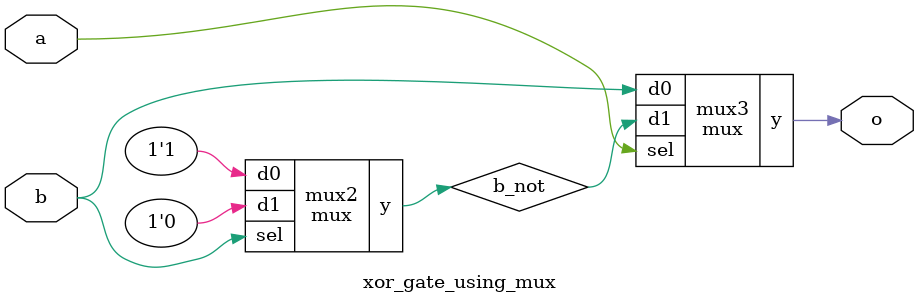
<source format=sv>

module mux
(
  input  d0, d1,
  input  sel,
  output y
);

  assign y = sel ? d1 : d0;

endmodule

//----------------------------------------------------------------------------
// Task
//----------------------------------------------------------------------------

module xor_gate_using_mux
(
    input  a,
    input  b,
    output o
);

  // Task:
  // Implement xor gate using instance(s) of mux,
  // constants 0 and 1, and wire connections

logic b_not;

  mux mux2(
	.d0(1'b1),
	.d1(1'b0),
	.sel(b),
	.y(b_not)
  );
  
   mux mux3(
	.d0(b),
	.d1(b_not),
	.sel(a),
	.y(o)
  );

endmodule

</source>
